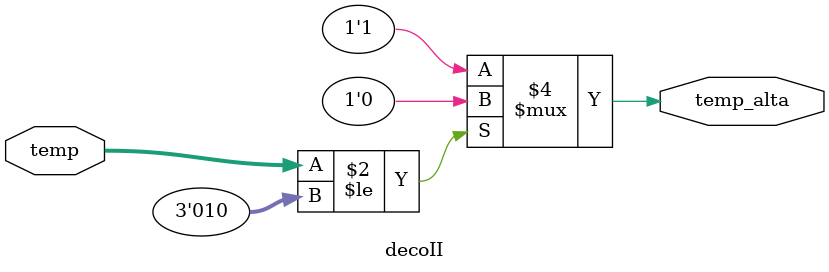
<source format=v>
`timescale 1ns / 1ps
module decoII(
	input wire [2:0] temp,
	output reg temp_alta
    );

always @* 

	if(temp<=3'd2)
		temp_alta=1'b0;
	 else 
		temp_alta=1'b1;

endmodule

</source>
